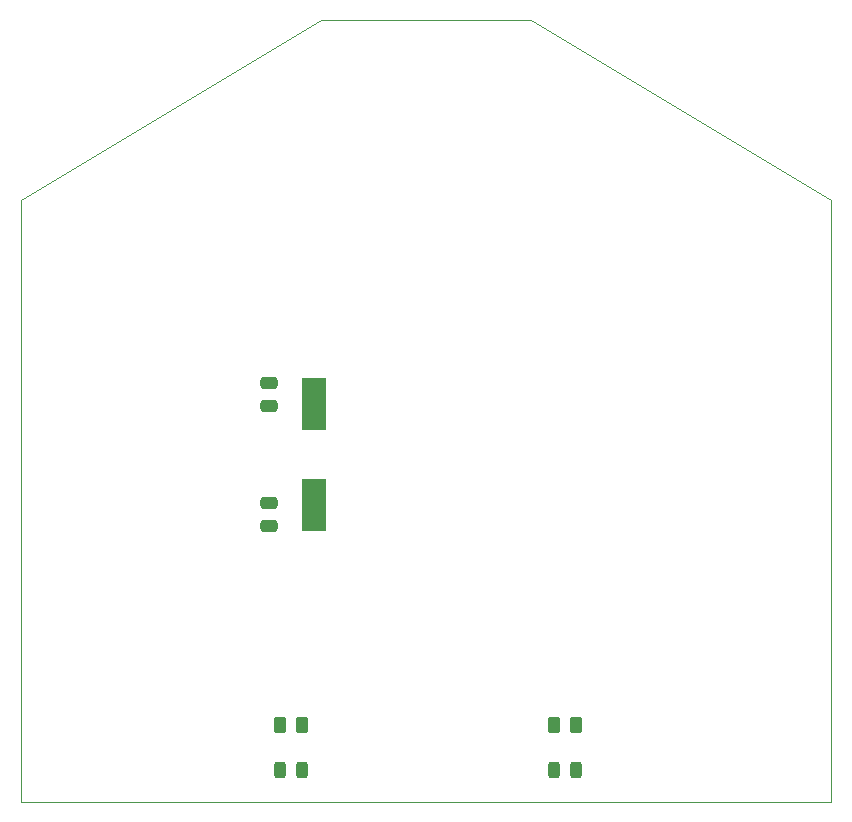
<source format=gbr>
%TF.GenerationSoftware,KiCad,Pcbnew,(6.0.4)*%
%TF.CreationDate,2022-06-08T19:20:38+01:00*%
%TF.ProjectId,Eiffel - Rev B,45696666-656c-4202-9d20-52657620422e,rev?*%
%TF.SameCoordinates,Original*%
%TF.FileFunction,Paste,Top*%
%TF.FilePolarity,Positive*%
%FSLAX46Y46*%
G04 Gerber Fmt 4.6, Leading zero omitted, Abs format (unit mm)*
G04 Created by KiCad (PCBNEW (6.0.4)) date 2022-06-08 19:20:38*
%MOMM*%
%LPD*%
G01*
G04 APERTURE LIST*
G04 Aperture macros list*
%AMRoundRect*
0 Rectangle with rounded corners*
0 $1 Rounding radius*
0 $2 $3 $4 $5 $6 $7 $8 $9 X,Y pos of 4 corners*
0 Add a 4 corners polygon primitive as box body*
4,1,4,$2,$3,$4,$5,$6,$7,$8,$9,$2,$3,0*
0 Add four circle primitives for the rounded corners*
1,1,$1+$1,$2,$3*
1,1,$1+$1,$4,$5*
1,1,$1+$1,$6,$7*
1,1,$1+$1,$8,$9*
0 Add four rect primitives between the rounded corners*
20,1,$1+$1,$2,$3,$4,$5,0*
20,1,$1+$1,$4,$5,$6,$7,0*
20,1,$1+$1,$6,$7,$8,$9,0*
20,1,$1+$1,$8,$9,$2,$3,0*%
G04 Aperture macros list end*
%TA.AperFunction,Profile*%
%ADD10C,0.100000*%
%TD*%
%ADD11RoundRect,0.250000X0.475000X-0.250000X0.475000X0.250000X-0.475000X0.250000X-0.475000X-0.250000X0*%
%ADD12RoundRect,0.250000X-0.262500X-0.450000X0.262500X-0.450000X0.262500X0.450000X-0.262500X0.450000X0*%
%ADD13R,2.000000X4.500000*%
%ADD14RoundRect,0.243750X-0.243750X-0.456250X0.243750X-0.456250X0.243750X0.456250X-0.243750X0.456250X0*%
G04 APERTURE END LIST*
D10*
X71120000Y-85090000D02*
X96520000Y-69850000D01*
X139700000Y-136070000D02*
X139700000Y-85090000D01*
X71120000Y-85090000D02*
X71120000Y-136070000D01*
X71120000Y-136070000D02*
X138430000Y-136070000D01*
X114300000Y-69850000D02*
X139700000Y-85090000D01*
X138430000Y-136070000D02*
X139700000Y-136070000D01*
X96520000Y-69850000D02*
X114300000Y-69850000D01*
D11*
%TO.C,C1*%
X92110000Y-112710000D03*
X92110000Y-110810000D03*
%TD*%
D12*
%TO.C,R2*%
X116260000Y-129540000D03*
X118085000Y-129540000D03*
%TD*%
D13*
%TO.C,Y1*%
X95920000Y-110930000D03*
X95920000Y-102430000D03*
%TD*%
D14*
%TO.C,D1*%
X93042500Y-133350000D03*
X94917500Y-133350000D03*
%TD*%
%TO.C,D2*%
X116235000Y-133350000D03*
X118110000Y-133350000D03*
%TD*%
D12*
%TO.C,R1*%
X93067500Y-129540000D03*
X94892500Y-129540000D03*
%TD*%
D11*
%TO.C,C2*%
X92110000Y-102550000D03*
X92110000Y-100650000D03*
%TD*%
M02*

</source>
